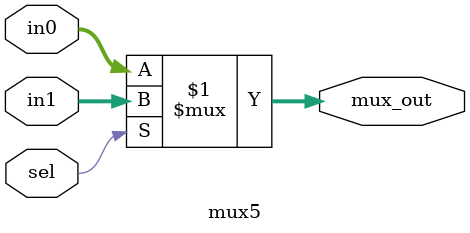
<source format=v>
`timescale 1ns / 1ps


module mux5(
    input [4:0] in0, in1,
    input sel,
    output [4:0] mux_out
    );
    
    assign mux_out = sel?in1:in0;
    
endmodule

</source>
